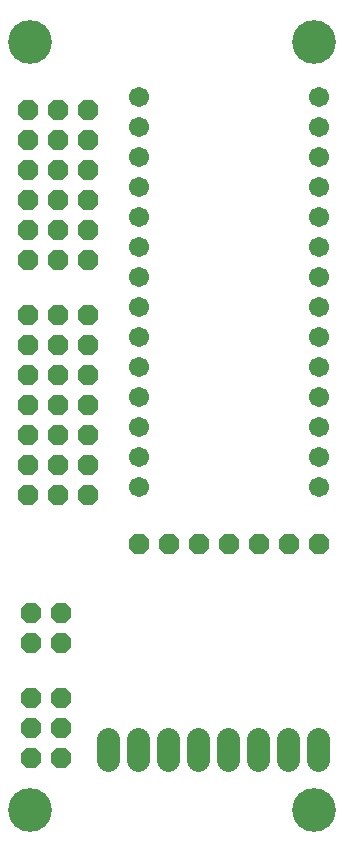
<source format=gbr>
G04 EAGLE Gerber RS-274X export*
G75*
%MOMM*%
%FSLAX34Y34*%
%LPD*%
%INSoldermask Bottom*%
%IPPOS*%
%AMOC8*
5,1,8,0,0,1.08239X$1,22.5*%
G01*
G04 Define Apertures*
%ADD10C,3.703200*%
%ADD11C,1.981200*%
%ADD12P,1.8695X8X292.5*%
%ADD13C,1.711200*%
%ADD14P,1.8695X8X22.5*%
%ADD15P,1.8695X8X112.5*%
D10*
X30000Y180000D03*
X270000Y180000D03*
X270000Y830000D03*
X30000Y830000D03*
D11*
X172108Y239620D02*
X172108Y221840D01*
X197508Y221840D02*
X197508Y239620D01*
X146708Y239620D02*
X146708Y221840D01*
X121308Y221840D02*
X121308Y239620D01*
X95908Y239620D02*
X95908Y221840D01*
X222908Y221840D02*
X222908Y239620D01*
X248308Y239620D02*
X248308Y221840D01*
X273708Y221840D02*
X273708Y239620D01*
D12*
X79342Y772380D03*
X79342Y746980D03*
X79342Y721580D03*
X79342Y696180D03*
X79342Y670780D03*
X79342Y645380D03*
X53942Y772380D03*
X53942Y746980D03*
X53942Y721580D03*
X53942Y696180D03*
X53942Y670780D03*
X53942Y645380D03*
X28542Y772380D03*
X28542Y746980D03*
X28542Y721580D03*
X28542Y696180D03*
X28542Y670780D03*
X28542Y645380D03*
X79342Y599220D03*
X79342Y573820D03*
X79342Y548420D03*
X79342Y523020D03*
X79342Y497620D03*
X79342Y472220D03*
X79342Y446820D03*
X53942Y599220D03*
X53942Y573820D03*
X53942Y548420D03*
X53942Y523020D03*
X53942Y497620D03*
X53942Y472220D03*
X53942Y446820D03*
X28542Y599220D03*
X28542Y573820D03*
X28542Y548420D03*
X28542Y523020D03*
X28542Y497620D03*
X28542Y472220D03*
X28542Y446820D03*
D13*
X121976Y605900D03*
X121976Y580500D03*
X121976Y555100D03*
X121976Y529700D03*
X121976Y504300D03*
X121976Y478900D03*
X121976Y453500D03*
X121976Y631300D03*
X121976Y656700D03*
X121976Y682100D03*
X121976Y707500D03*
X121976Y732900D03*
X121976Y758300D03*
X121976Y783700D03*
X274376Y631300D03*
X274376Y605900D03*
X274376Y580500D03*
X274376Y656700D03*
X274376Y555100D03*
X274376Y682100D03*
X274376Y529700D03*
X274376Y504300D03*
X274376Y478900D03*
X274376Y453500D03*
X274376Y707500D03*
X274376Y732900D03*
X274376Y758300D03*
X274376Y783700D03*
D14*
X274320Y404780D03*
X248920Y404780D03*
X223520Y404780D03*
X198120Y404780D03*
X172720Y404780D03*
X147320Y404780D03*
X121920Y404780D03*
D15*
X55960Y274420D03*
X30560Y223620D03*
D14*
X55960Y249020D03*
D15*
X30560Y249020D03*
X30560Y274420D03*
X55960Y321220D03*
X55960Y346620D03*
X30560Y321220D03*
X55960Y223620D03*
X30560Y346620D03*
M02*

</source>
